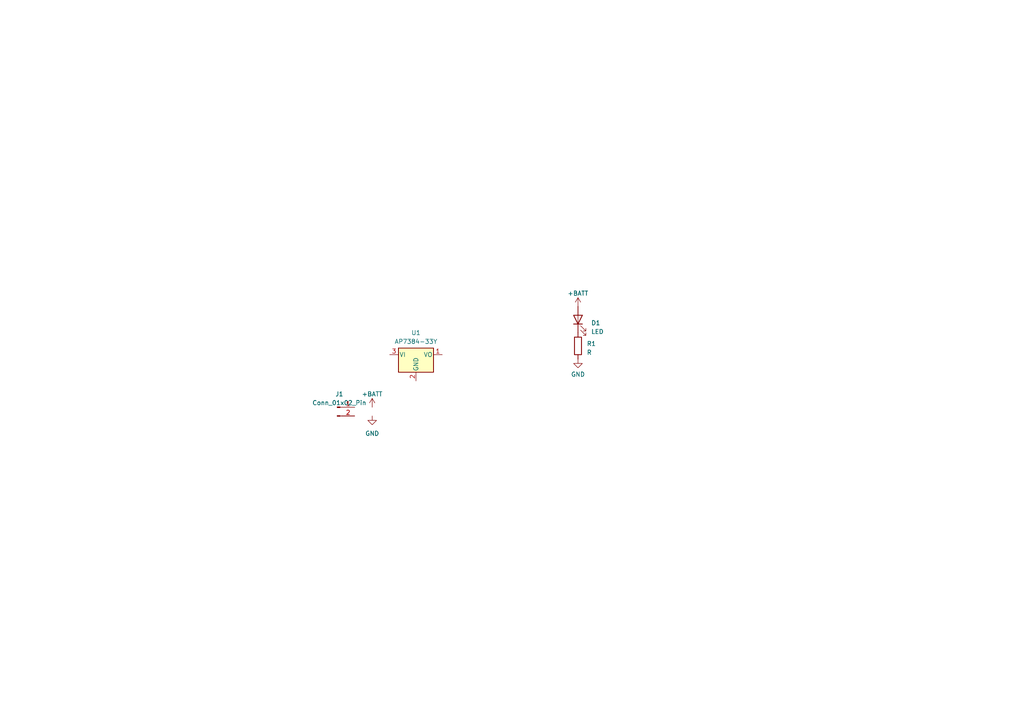
<source format=kicad_sch>
(kicad_sch (version 20230121) (generator eeschema)
  (paper "A4")
  (lib_symbols
    (symbol "Connector:Conn_01x02_Pin" (pin_names (offset 1.016) hide)
      (property "Reference" "J" (at 0 2.54 0))
      (property "Value" "Conn_01x02_Pin" (at 0 -5.08 0))
      (symbol "Conn_01x02_Pin_1_1"
        (polyline (pts (xy 1.27 -2.54) (xy 0.8636 -2.54)) (stroke (width 0.1524)))
        (polyline (pts (xy 1.27 0) (xy 0.8636 0)) (stroke (width 0.1524)))
        (rectangle (start 0.8636 -2.413) (end 0 -2.667) (stroke (width 0.1524)) (fill (type outline)))
        (rectangle (start 0.8636 0.127) (end 0 -0.127) (stroke (width 0.1524)) (fill (type outline)))
        (pin passive line (at 5.08 0 180) (length 3.81) (name "Pin_1") (number "1"))
        (pin passive line (at 5.08 -2.54 180) (length 3.81) (name "Pin_2") (number "2"))
      )
    )
    (symbol "Device:LED" (pin_numbers hide) (pin_names (offset 1.016) hide)
      (property "Reference" "D" (at 0 2.54 0))
      (property "Value" "LED" (at 0 -2.54 0))
      (symbol "LED_0_1"
        (polyline (pts (xy -1.27 -1.27) (xy -1.27 1.27)) (stroke (width 0.254)))
        (polyline (pts (xy -1.27 0) (xy 1.27 0)))
        (polyline (pts (xy 1.27 -1.27) (xy 1.27 1.27) (xy -1.27 0) (xy 1.27 -1.27)) (stroke (width 0.254)))
        (polyline (pts (xy -3.048 -0.762) (xy -4.572 -2.286) (xy -3.81 -2.286) (xy -4.572 -2.286) (xy -4.572 -1.524)))
        (polyline (pts (xy -1.778 -0.762) (xy -3.302 -2.286) (xy -2.54 -2.286) (xy -3.302 -2.286) (xy -3.302 -1.524)))
      )
      (symbol "LED_1_1"
        (pin passive line (at -3.81 0 0) (length 2.54) (name "K") (number "1"))
        (pin passive line (at 3.81 0 180) (length 2.54) (name "A") (number "2"))
      )
    )
    (symbol "Device:R" (pin_numbers hide) (pin_names (offset 0))
      (property "Reference" "R" (at 2.032 0 90))
      (property "Value" "R" (at 0 0 90))
      (symbol "R_0_1"
        (rectangle (start -1.016 -2.54) (end 1.016 2.54) (stroke (width 0.254)))
      )
      (symbol "R_1_1"
        (pin passive line (at 0 3.81 270) (length 1.27) (name "~") (number "1"))
        (pin passive line (at 0 -3.81 90) (length 1.27) (name "~") (number "2"))
      )
    )
    (symbol "hw4:AP7384-33Y" (pin_names (offset 0.254))
      (property "Reference" "U" (at -3.81 3.175 0))
      (property "Value" "AP7384-33Y" (at 0 3.175 0))
      (symbol "AP7384-33Y_0_1"
        (rectangle (start -5.08 1.905) (end 5.08 -5.08) (stroke (width 0.254)) (fill (type background)))
      )
      (symbol "AP7384-33Y_1_1"
        (pin power_out line (at 7.62 0 180) (length 2.54) (name "VO") (number "1"))
        (pin power_in line (at 0 -7.62 90) (length 2.54) (name "GND") (number "2"))
        (pin power_in line (at -7.62 0 0) (length 2.54) (name "VI") (number "3"))
      )
    )
    (symbol "power:+BATT" (power) (pin_names (offset 0))
      (property "Value" "+BATT" (at 0 3.556 0))
      (symbol "+BATT_0_1"
        (polyline (pts (xy -0.762 1.27) (xy 0 2.54)))
        (polyline (pts (xy 0 0) (xy 0 2.54)))
        (polyline (pts (xy 0 2.54) (xy 0.762 1.27)))
      )
      (symbol "+BATT_1_1"
        (pin power_in line (at 0 0 90) (length 0) hide (name "+BATT") (number "1"))
      )
    )
    (symbol "power:GND" (power) (pin_names (offset 0))
      (property "Value" "GND" (at 0 -3.81 0))
      (symbol "GND_0_1"
        (polyline (pts (xy 0 0) (xy 0 -1.27) (xy 1.27 -1.27) (xy 0 -2.54) (xy -1.27 -1.27) (xy 0 -1.27)))
      )
      (symbol "GND_1_1"
        (pin power_in line (at 0 0 270) (length 0) hide (name "GND") (number "1"))
      )
    )
  )
  (symbol (lib_id "Device:LED") (at 167.64 92.71 90) (unit 1)
    (property "Reference" "D1" (at 171.45 93.6625 90) (effects (justify right)))
    (property "Value" "LED" (at 171.45 96.2025 90) (effects (justify right)))
  )
  (symbol (lib_id "power:GND") (at 167.64 104.14 0) (unit 1)
    (property "Reference" "#PWR04" (effects hide))
    (property "Value" "GND" (at 167.64 108.585 0))
  )
  (symbol (lib_id "Connector:Conn_01x02_Pin") (at 97.79 118.11 0) (unit 1)
    (property "Reference" "J1" (at 98.425 114.3 0))
    (property "Value" "Conn_01x02_Pin" (at 98.425 116.84 0))
  )
  (symbol (lib_id "hw4:AP7384-33Y") (at 120.65 102.87 0) (unit 1)
    (property "Reference" "U1" (at 120.65 96.52 0))
    (property "Value" "AP7384-33Y" (at 120.65 99.06 0))
    (property "Footprint" "Package_TO_SOT_SMD:SOT-89-3" (effects hide))
    (property "Datasheet" "https://www.diodes.com/assets/Datasheets/AP7384.pdf" (effects hide))
  )
  (symbol (lib_id "Device:R") (at 167.64 100.33 0) (unit 1)
    (property "Reference" "R1" (at 170.18 99.695 0) (effects (justify left)))
    (property "Value" "R" (at 170.18 102.235 0) (effects (justify left)))
  )
  (symbol (lib_id "power:GND") (at 107.95 120.65 0) (unit 1)
    (property "Reference" "#PWR01" (effects hide))
    (property "Value" "GND" (at 107.95 125.73 0))
  )
  (symbol (lib_id "power:+BATT") (at 107.95 118.11 0) (unit 1)
    (property "Reference" "#PWR02" (effects hide))
    (property "Value" "+BATT" (at 107.95 114.3 0))
  )
  (symbol (lib_id "power:+BATT") (at 167.64 88.9 0) (unit 1)
    (property "Reference" "#PWR03" (effects hide))
    (property "Value" "+BATT" (at 167.64 85.09 0))
  )
)
</source>
